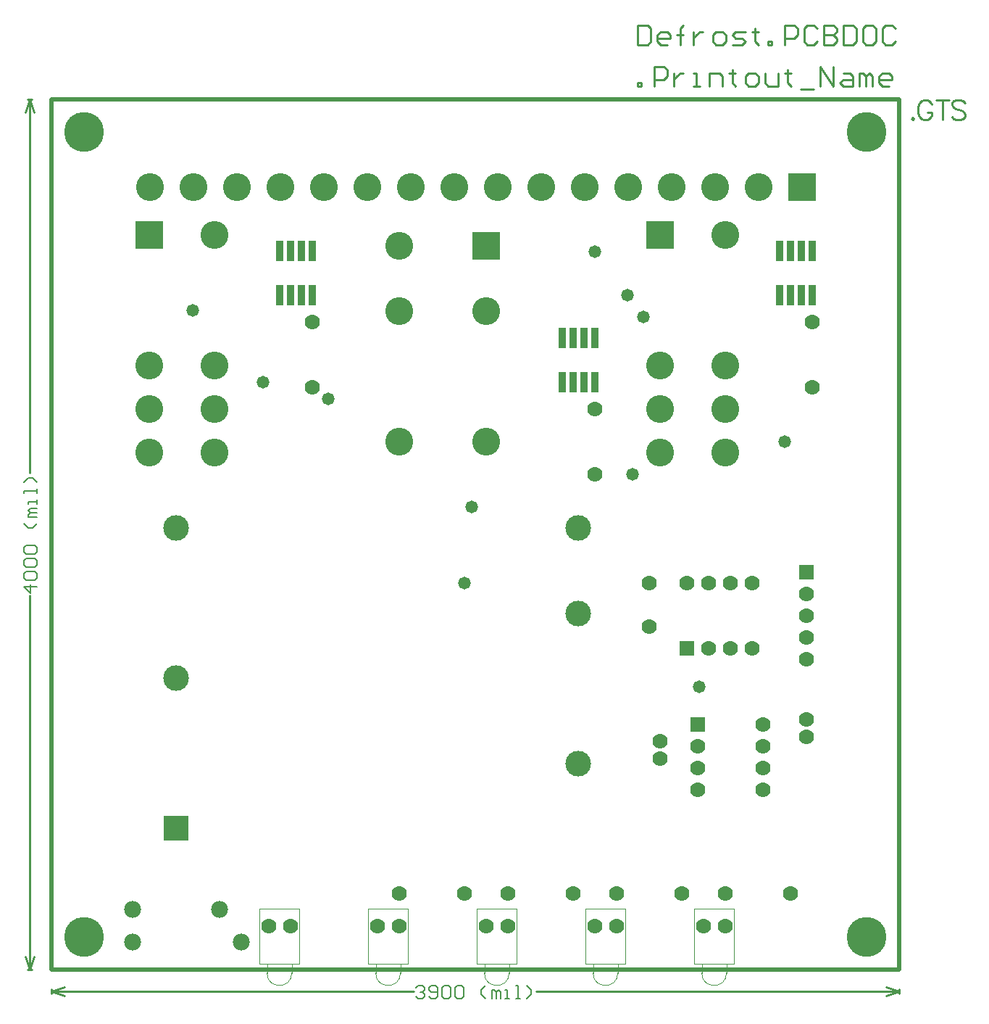
<source format=gts>
%FSLAX23Y23*%
%MOIN*%
G70*
G01*
G75*
%ADD10R,0.024X0.087*%
%ADD11R,0.024X0.087*%
%ADD12C,0.012*%
%ADD13C,0.020*%
%ADD14C,0.001*%
%ADD15C,0.001*%
%ADD16C,0.010*%
%ADD17C,0.006*%
%ADD18C,0.062*%
%ADD19C,0.070*%
%ADD20R,0.062X0.062*%
%ADD21C,0.120*%
%ADD22R,0.120X0.120*%
%ADD23R,0.110X0.110*%
%ADD24C,0.110*%
%ADD25C,0.175*%
%ADD26C,0.050*%
%ADD27C,0.010*%
%ADD28C,0.008*%
%ADD29C,0.005*%
%ADD30C,0.008*%
%ADD31C,0.009*%
%ADD32R,0.032X0.095*%
%ADD33R,0.032X0.095*%
%ADD34C,0.078*%
%ADD35R,0.070X0.070*%
%ADD36C,0.128*%
%ADD37R,0.128X0.128*%
%ADD38R,0.118X0.118*%
%ADD39C,0.118*%
%ADD40C,0.183*%
%ADD41C,0.058*%
D13*
X0Y4000D02*
X3900D01*
Y0D02*
Y4000D01*
X0Y0D02*
X3900D01*
X0D02*
Y4000D01*
D14*
X2993Y-17D02*
G03*
X3107Y-17I57J0D01*
G01*
X1493D02*
G03*
X1607Y-17I57J0D01*
G01*
X2493D02*
G03*
X2607Y-17I57J0D01*
G01*
X1993D02*
G03*
X2107Y-17I57J0D01*
G01*
X993D02*
G03*
X1107Y-17I57J0D01*
G01*
D15*
X2958Y279D02*
X3142D01*
X2958Y27D02*
Y279D01*
Y27D02*
X3142D01*
Y279D01*
X3107Y-17D02*
Y27D01*
X2993Y-17D02*
Y27D01*
X1493Y-17D02*
Y27D01*
X1607Y-17D02*
Y27D01*
X1642D02*
Y279D01*
X1458Y27D02*
X1642D01*
X1458D02*
Y279D01*
X1642D01*
X2493Y-17D02*
Y27D01*
X2607Y-17D02*
Y27D01*
X2642D02*
Y279D01*
X2458Y27D02*
X2642D01*
X2458D02*
Y279D01*
X2642D01*
X1958D02*
X2142D01*
X1958Y27D02*
Y279D01*
Y27D02*
X2142D01*
Y279D01*
X2107Y-17D02*
Y27D01*
X1993Y-17D02*
Y27D01*
X993Y-17D02*
Y27D01*
X1107Y-17D02*
Y27D01*
X1142D02*
Y279D01*
X958Y27D02*
X1142D01*
X958D02*
Y279D01*
X1142D01*
D16*
X3900Y-110D02*
Y-90D01*
X0Y-110D02*
Y-90D01*
X3840Y-120D02*
X3900Y-100D01*
X3840Y-80D02*
X3900Y-100D01*
X0D02*
X60Y-120D01*
X0Y-100D02*
X60Y-80D01*
X2231Y-100D02*
X3900D01*
X0D02*
X1669D01*
X-110Y4000D02*
X-90D01*
X-110Y0D02*
X-90D01*
X-100Y4000D02*
X-80Y3940D01*
X-120D02*
X-100Y4000D01*
Y0D02*
X-80Y60D01*
X-120D02*
X-100Y0D01*
Y2281D02*
Y4000D01*
Y0D02*
Y1719D01*
X2699Y4340D02*
Y4250D01*
X2744D01*
X2759Y4265D01*
Y4325D01*
X2744Y4340D01*
X2699D01*
X2834Y4250D02*
X2804D01*
X2789Y4265D01*
Y4295D01*
X2804Y4310D01*
X2834D01*
X2849Y4295D01*
Y4280D01*
X2789D01*
X2894Y4250D02*
Y4325D01*
Y4295D01*
X2879D01*
X2909D01*
X2894D01*
Y4325D01*
X2909Y4340D01*
X2954Y4310D02*
Y4250D01*
Y4280D01*
X2969Y4295D01*
X2984Y4310D01*
X2999D01*
X3059Y4250D02*
X3089D01*
X3104Y4265D01*
Y4295D01*
X3089Y4310D01*
X3059D01*
X3044Y4295D01*
Y4265D01*
X3059Y4250D01*
X3134D02*
X3179D01*
X3194Y4265D01*
X3179Y4280D01*
X3149D01*
X3134Y4295D01*
X3149Y4310D01*
X3194D01*
X3239Y4325D02*
Y4310D01*
X3224D01*
X3254D01*
X3239D01*
Y4265D01*
X3254Y4250D01*
X3299D02*
Y4265D01*
X3314D01*
Y4250D01*
X3299D01*
X3374D02*
Y4340D01*
X3419D01*
X3434Y4325D01*
Y4295D01*
X3419Y4280D01*
X3374D01*
X3524Y4325D02*
X3509Y4340D01*
X3479D01*
X3464Y4325D01*
Y4265D01*
X3479Y4250D01*
X3509D01*
X3524Y4265D01*
X3554Y4340D02*
Y4250D01*
X3599D01*
X3614Y4265D01*
Y4280D01*
X3599Y4295D01*
X3554D01*
X3599D01*
X3614Y4310D01*
Y4325D01*
X3599Y4340D01*
X3554D01*
X3644D02*
Y4250D01*
X3689D01*
X3704Y4265D01*
Y4325D01*
X3689Y4340D01*
X3644D01*
X3779D02*
X3749D01*
X3734Y4325D01*
Y4265D01*
X3749Y4250D01*
X3779D01*
X3794Y4265D01*
Y4325D01*
X3779Y4340D01*
X3884Y4325D02*
X3869Y4340D01*
X3839D01*
X3824Y4325D01*
Y4265D01*
X3839Y4250D01*
X3869D01*
X3884Y4265D01*
X2699Y4060D02*
Y4075D01*
X2714D01*
Y4060D01*
X2699D01*
X2774D02*
Y4150D01*
X2819D01*
X2834Y4135D01*
Y4105D01*
X2819Y4090D01*
X2774D01*
X2864Y4120D02*
Y4060D01*
Y4090D01*
X2879Y4105D01*
X2894Y4120D01*
X2909D01*
X2954Y4060D02*
X2984D01*
X2969D01*
Y4120D01*
X2954D01*
X3029Y4060D02*
Y4120D01*
X3074D01*
X3089Y4105D01*
Y4060D01*
X3134Y4135D02*
Y4120D01*
X3119D01*
X3149D01*
X3134D01*
Y4075D01*
X3149Y4060D01*
X3209D02*
X3239D01*
X3254Y4075D01*
Y4105D01*
X3239Y4120D01*
X3209D01*
X3194Y4105D01*
Y4075D01*
X3209Y4060D01*
X3284Y4120D02*
Y4075D01*
X3299Y4060D01*
X3344D01*
Y4120D01*
X3389Y4135D02*
Y4120D01*
X3374D01*
X3404D01*
X3389D01*
Y4075D01*
X3404Y4060D01*
X3449Y4045D02*
X3509D01*
X3539Y4060D02*
Y4150D01*
X3599Y4060D01*
Y4150D01*
X3644Y4120D02*
X3674D01*
X3689Y4105D01*
Y4060D01*
X3644D01*
X3629Y4075D01*
X3644Y4090D01*
X3689D01*
X3719Y4060D02*
Y4120D01*
X3734D01*
X3749Y4105D01*
Y4060D01*
Y4105D01*
X3764Y4120D01*
X3779Y4105D01*
Y4060D01*
X3854D02*
X3824D01*
X3809Y4075D01*
Y4105D01*
X3824Y4120D01*
X3854D01*
X3869Y4105D01*
Y4090D01*
X3809D01*
D17*
X1679Y-86D02*
X1689Y-76D01*
X1709D01*
X1719Y-86D01*
Y-96D01*
X1709Y-106D01*
X1699D01*
X1709D01*
X1719Y-116D01*
Y-126D01*
X1709Y-136D01*
X1689D01*
X1679Y-126D01*
X1739D02*
X1749Y-136D01*
X1769D01*
X1779Y-126D01*
Y-86D01*
X1769Y-76D01*
X1749D01*
X1739Y-86D01*
Y-96D01*
X1749Y-106D01*
X1779D01*
X1799Y-86D02*
X1809Y-76D01*
X1829D01*
X1839Y-86D01*
Y-126D01*
X1829Y-136D01*
X1809D01*
X1799Y-126D01*
Y-86D01*
X1859D02*
X1869Y-76D01*
X1889D01*
X1899Y-86D01*
Y-126D01*
X1889Y-136D01*
X1869D01*
X1859Y-126D01*
Y-86D01*
X1999Y-136D02*
X1979Y-116D01*
Y-96D01*
X1999Y-76D01*
X2029Y-136D02*
Y-96D01*
X2039D01*
X2049Y-106D01*
Y-136D01*
Y-106D01*
X2059Y-96D01*
X2069Y-106D01*
Y-136D01*
X2089D02*
X2109D01*
X2099D01*
Y-96D01*
X2089D01*
X2139Y-136D02*
X2159D01*
X2149D01*
Y-76D01*
X2139D01*
X2189Y-136D02*
X2209Y-116D01*
Y-96D01*
X2189Y-76D01*
X-64Y1759D02*
X-124D01*
X-94Y1729D01*
Y1769D01*
X-114Y1789D02*
X-124Y1799D01*
Y1819D01*
X-114Y1829D01*
X-74D01*
X-64Y1819D01*
Y1799D01*
X-74Y1789D01*
X-114D01*
Y1849D02*
X-124Y1859D01*
Y1879D01*
X-114Y1889D01*
X-74D01*
X-64Y1879D01*
Y1859D01*
X-74Y1849D01*
X-114D01*
Y1909D02*
X-124Y1919D01*
Y1939D01*
X-114Y1949D01*
X-74D01*
X-64Y1939D01*
Y1919D01*
X-74Y1909D01*
X-114D01*
X-64Y2049D02*
X-84Y2029D01*
X-104D01*
X-124Y2049D01*
X-64Y2079D02*
X-104D01*
Y2089D01*
X-94Y2099D01*
X-64D01*
X-94D01*
X-104Y2109D01*
X-94Y2119D01*
X-64D01*
Y2139D02*
Y2159D01*
Y2149D01*
X-104D01*
Y2139D01*
X-64Y2189D02*
Y2209D01*
Y2199D01*
X-124D01*
Y2189D01*
X-64Y2239D02*
X-84Y2259D01*
X-104D01*
X-124Y2239D01*
D19*
X2925Y1775D02*
D03*
X3500Y2975D02*
D03*
X2500Y2575D02*
D03*
X3225Y1775D02*
D03*
X3125Y1475D02*
D03*
X1600Y350D02*
D03*
X3025Y1475D02*
D03*
X3500Y2675D02*
D03*
X2600Y350D02*
D03*
X3025Y1775D02*
D03*
X2500Y2275D02*
D03*
X2100Y350D02*
D03*
X3225Y1475D02*
D03*
X1900Y350D02*
D03*
X2900D02*
D03*
X2400D02*
D03*
X3125Y1775D02*
D03*
X3475Y1625D02*
D03*
X3100Y350D02*
D03*
X3400D02*
D03*
X1200Y2675D02*
D03*
Y2975D02*
D03*
X3275Y825D02*
D03*
Y925D02*
D03*
Y1025D02*
D03*
Y1125D02*
D03*
X2975Y825D02*
D03*
Y925D02*
D03*
Y1025D02*
D03*
X3475Y1150D02*
D03*
X1000Y200D02*
D03*
X1500D02*
D03*
X3475Y1070D02*
D03*
X2800Y970D02*
D03*
X2750Y1575D02*
D03*
X3475Y1725D02*
D03*
X1100Y200D02*
D03*
X2000D02*
D03*
X2100D02*
D03*
X2500D02*
D03*
X2600D02*
D03*
X3000D02*
D03*
X3100D02*
D03*
X1600D02*
D03*
X3475Y1525D02*
D03*
Y1425D02*
D03*
X2800Y1050D02*
D03*
X2750Y1775D02*
D03*
D31*
X3963Y3914D02*
X3959Y3909D01*
X3963Y3905D01*
X3968Y3909D01*
X3963Y3914D01*
X4052Y3974D02*
X4047Y3982D01*
X4039Y3991D01*
X4030Y3995D01*
X4013D01*
X4004Y3991D01*
X3996Y3982D01*
X3992Y3974D01*
X3987Y3961D01*
Y3939D01*
X3992Y3926D01*
X3996Y3918D01*
X4004Y3909D01*
X4013Y3905D01*
X4030D01*
X4039Y3909D01*
X4047Y3918D01*
X4052Y3926D01*
Y3939D01*
X4030D02*
X4052D01*
X4102Y3995D02*
Y3905D01*
X4072Y3995D02*
X4132D01*
X4203Y3982D02*
X4194Y3991D01*
X4181Y3995D01*
X4164D01*
X4151Y3991D01*
X4143Y3982D01*
Y3974D01*
X4147Y3965D01*
X4151Y3961D01*
X4160Y3956D01*
X4186Y3948D01*
X4194Y3944D01*
X4199Y3939D01*
X4203Y3931D01*
Y3918D01*
X4194Y3909D01*
X4181Y3905D01*
X4164D01*
X4151Y3909D01*
X4143Y3918D01*
D32*
X2400Y2902D02*
D03*
X2350D02*
D03*
X3400Y3302D02*
D03*
X3350D02*
D03*
X1100D02*
D03*
X1050D02*
D03*
X2450Y2698D02*
D03*
X3450Y3098D02*
D03*
X1150D02*
D03*
X2400Y2698D02*
D03*
X2500Y2902D02*
D03*
X2450D02*
D03*
X3400Y3098D02*
D03*
X3500Y3302D02*
D03*
X3450D02*
D03*
X1100Y3098D02*
D03*
X1200Y3302D02*
D03*
X1150D02*
D03*
X2500Y2698D02*
D03*
X3500Y3098D02*
D03*
X1200D02*
D03*
D33*
X2350Y2698D02*
D03*
X3350Y3098D02*
D03*
X1050D02*
D03*
D34*
X375Y275D02*
D03*
X775D02*
D03*
X375Y125D02*
D03*
X875D02*
D03*
D35*
X2925Y1475D02*
D03*
X2975Y1125D02*
D03*
X3475Y1825D02*
D03*
D36*
X1600Y2425D02*
D03*
X2000Y3025D02*
D03*
X1600D02*
D03*
Y3325D02*
D03*
X2000Y2425D02*
D03*
X3100Y3375D02*
D03*
Y2775D02*
D03*
X2800Y2375D02*
D03*
Y2775D02*
D03*
X3100Y2375D02*
D03*
X2800Y2575D02*
D03*
X3100D02*
D03*
X750Y3375D02*
D03*
Y2775D02*
D03*
X450Y2375D02*
D03*
Y2775D02*
D03*
X750Y2375D02*
D03*
X450Y2575D02*
D03*
X750D02*
D03*
X1256Y3594D02*
D03*
X1456D02*
D03*
X1656D02*
D03*
X1856D02*
D03*
X2056D02*
D03*
X2256D02*
D03*
X2456D02*
D03*
X2656D02*
D03*
X2856D02*
D03*
X3056D02*
D03*
X3256D02*
D03*
X1056D02*
D03*
X856D02*
D03*
X656D02*
D03*
X456D02*
D03*
D37*
X2000Y3325D02*
D03*
X2800Y3375D02*
D03*
X450D02*
D03*
X3456Y3594D02*
D03*
D38*
X575Y650D02*
D03*
D39*
Y1340D02*
D03*
Y2030D02*
D03*
X2425D02*
D03*
Y1635D02*
D03*
Y945D02*
D03*
D40*
X150Y150D02*
D03*
X3750D02*
D03*
Y3850D02*
D03*
X150D02*
D03*
D41*
X3375Y2425D02*
D03*
X2500Y3300D02*
D03*
X2725Y3000D02*
D03*
X1900Y1775D02*
D03*
X975Y2700D02*
D03*
X2675Y2275D02*
D03*
X2650Y3100D02*
D03*
X1935Y2125D02*
D03*
X1274Y2621D02*
D03*
X650Y3030D02*
D03*
X2980Y1300D02*
D03*
M02*

</source>
